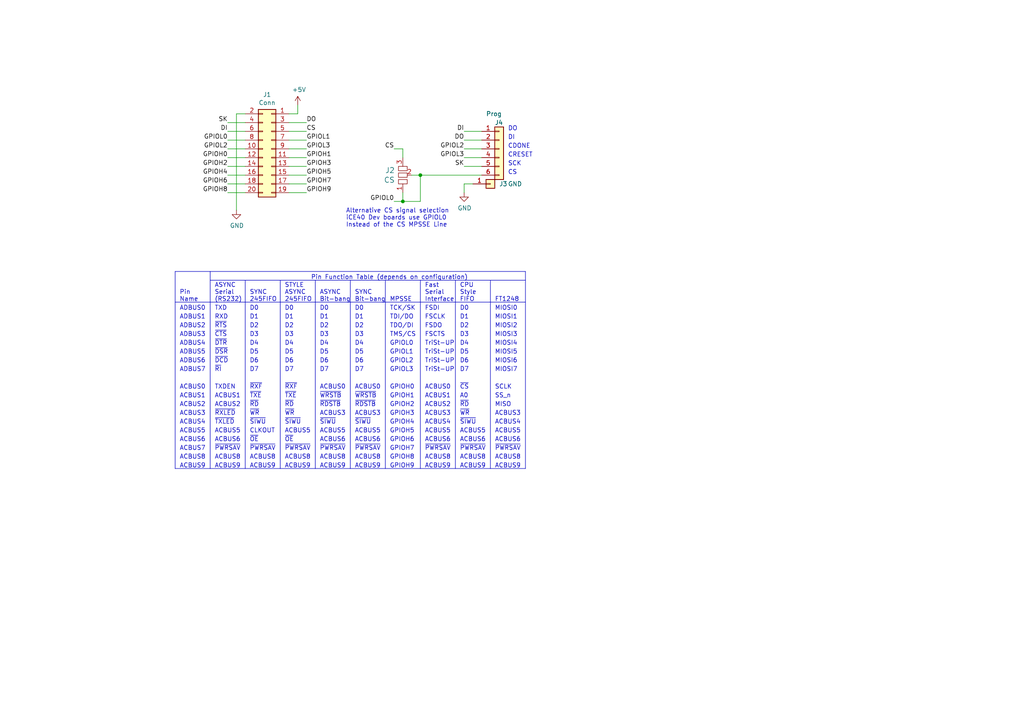
<source format=kicad_sch>
(kicad_sch (version 20230121) (generator eeschema)
  (paper "A4")
  (title_block (title "ftdi bitsy prog adapter") (rev "V1.0a") (company "1BitSquared") (comment 1 "2018 (C) 1BitSquared <info@1bitsquared.com>") (comment 2 "2018 (C) Piotr Esden-Tempski <piotr@esden.net>") (comment 3 "License: CC-BY-SA 4.0"))
  (lib_symbols
    (symbol "Connector_Generic:Conn_01x01" (pin_names (offset 1.016) hide)
      (property "Reference" "J" (at 0 2.54 0))
      (property "Value" "Conn_01x01" (at 0 -2.54 0))
      (symbol "Conn_01x01_1_1"
        (rectangle (start -1.27 0.127) (end 0 -0.127) (stroke (width 0.1524)))
        (rectangle (start -1.27 1.27) (end 1.27 -1.27) (stroke (width 0.254)) (fill (type background)))
        (pin passive line (at -5.08 0 0) (length 3.81) (name "Pin_1") (number "1"))
      )
    )
    (symbol "Connector_Generic:Conn_01x06" (pin_names (offset 1.016) hide)
      (property "Reference" "J" (at 0 7.62 0))
      (property "Value" "Conn_01x06" (at 0 -10.16 0))
      (symbol "Conn_01x06_1_1"
        (rectangle (start -1.27 -7.493) (end 0 -7.747) (stroke (width 0.1524)))
        (rectangle (start -1.27 -4.953) (end 0 -5.207) (stroke (width 0.1524)))
        (rectangle (start -1.27 -2.413) (end 0 -2.667) (stroke (width 0.1524)))
        (rectangle (start -1.27 0.127) (end 0 -0.127) (stroke (width 0.1524)))
        (rectangle (start -1.27 2.667) (end 0 2.413) (stroke (width 0.1524)))
        (rectangle (start -1.27 5.207) (end 0 4.953) (stroke (width 0.1524)))
        (rectangle (start -1.27 6.35) (end 1.27 -8.89) (stroke (width 0.254)) (fill (type background)))
        (pin passive line (at -5.08 5.08 0) (length 3.81) (name "Pin_1") (number "1"))
        (pin passive line (at -5.08 2.54 0) (length 3.81) (name "Pin_2") (number "2"))
        (pin passive line (at -5.08 0 0) (length 3.81) (name "Pin_3") (number "3"))
        (pin passive line (at -5.08 -2.54 0) (length 3.81) (name "Pin_4") (number "4"))
        (pin passive line (at -5.08 -5.08 0) (length 3.81) (name "Pin_5") (number "5"))
        (pin passive line (at -5.08 -7.62 0) (length 3.81) (name "Pin_6") (number "6"))
      )
    )
    (symbol "Connector_Generic:Conn_02x10_Odd_Even" (pin_names (offset 1.016) hide)
      (property "Reference" "J" (at 1.27 12.7 0))
      (property "Value" "Conn_02x10_Odd_Even" (at 1.27 -15.24 0))
      (symbol "Conn_02x10_Odd_Even_1_1"
        (rectangle (start -1.27 -12.573) (end 0 -12.827) (stroke (width 0.1524)))
        (rectangle (start -1.27 -10.033) (end 0 -10.287) (stroke (width 0.1524)))
        (rectangle (start -1.27 -7.493) (end 0 -7.747) (stroke (width 0.1524)))
        (rectangle (start -1.27 -4.953) (end 0 -5.207) (stroke (width 0.1524)))
        (rectangle (start -1.27 -2.413) (end 0 -2.667) (stroke (width 0.1524)))
        (rectangle (start -1.27 0.127) (end 0 -0.127) (stroke (width 0.1524)))
        (rectangle (start -1.27 2.667) (end 0 2.413) (stroke (width 0.1524)))
        (rectangle (start -1.27 5.207) (end 0 4.953) (stroke (width 0.1524)))
        (rectangle (start -1.27 7.747) (end 0 7.493) (stroke (width 0.1524)))
        (rectangle (start -1.27 10.287) (end 0 10.033) (stroke (width 0.1524)))
        (rectangle (start -1.27 11.43) (end 3.81 -13.97) (stroke (width 0.254)) (fill (type background)))
        (rectangle (start 3.81 -12.573) (end 2.54 -12.827) (stroke (width 0.1524)))
        (rectangle (start 3.81 -10.033) (end 2.54 -10.287) (stroke (width 0.1524)))
        (rectangle (start 3.81 -7.493) (end 2.54 -7.747) (stroke (width 0.1524)))
        (rectangle (start 3.81 -4.953) (end 2.54 -5.207) (stroke (width 0.1524)))
        (rectangle (start 3.81 -2.413) (end 2.54 -2.667) (stroke (width 0.1524)))
        (rectangle (start 3.81 0.127) (end 2.54 -0.127) (stroke (width 0.1524)))
        (rectangle (start 3.81 2.667) (end 2.54 2.413) (stroke (width 0.1524)))
        (rectangle (start 3.81 5.207) (end 2.54 4.953) (stroke (width 0.1524)))
        (rectangle (start 3.81 7.747) (end 2.54 7.493) (stroke (width 0.1524)))
        (rectangle (start 3.81 10.287) (end 2.54 10.033) (stroke (width 0.1524)))
        (pin passive line (at -5.08 10.16 0) (length 3.81) (name "Pin_1") (number "1"))
        (pin passive line (at 7.62 0 180) (length 3.81) (name "Pin_10") (number "10"))
        (pin passive line (at -5.08 -2.54 0) (length 3.81) (name "Pin_11") (number "11"))
        (pin passive line (at 7.62 -2.54 180) (length 3.81) (name "Pin_12") (number "12"))
        (pin passive line (at -5.08 -5.08 0) (length 3.81) (name "Pin_13") (number "13"))
        (pin passive line (at 7.62 -5.08 180) (length 3.81) (name "Pin_14") (number "14"))
        (pin passive line (at -5.08 -7.62 0) (length 3.81) (name "Pin_15") (number "15"))
        (pin passive line (at 7.62 -7.62 180) (length 3.81) (name "Pin_16") (number "16"))
        (pin passive line (at -5.08 -10.16 0) (length 3.81) (name "Pin_17") (number "17"))
        (pin passive line (at 7.62 -10.16 180) (length 3.81) (name "Pin_18") (number "18"))
        (pin passive line (at -5.08 -12.7 0) (length 3.81) (name "Pin_19") (number "19"))
        (pin passive line (at 7.62 10.16 180) (length 3.81) (name "Pin_2") (number "2"))
        (pin passive line (at 7.62 -12.7 180) (length 3.81) (name "Pin_20") (number "20"))
        (pin passive line (at -5.08 7.62 0) (length 3.81) (name "Pin_3") (number "3"))
        (pin passive line (at 7.62 7.62 180) (length 3.81) (name "Pin_4") (number "4"))
        (pin passive line (at -5.08 5.08 0) (length 3.81) (name "Pin_5") (number "5"))
        (pin passive line (at 7.62 5.08 180) (length 3.81) (name "Pin_6") (number "6"))
        (pin passive line (at -5.08 2.54 0) (length 3.81) (name "Pin_7") (number "7"))
        (pin passive line (at 7.62 2.54 180) (length 3.81) (name "Pin_8") (number "8"))
        (pin passive line (at -5.08 0 0) (length 3.81) (name "Pin_9") (number "9"))
      )
    )
    (symbol "ftdi-bitsy-prog-rescue:Jumper_Dual-pkl_misc" (pin_names (offset 1.016))
      (property "Reference" "J" (at 2.54 -2.54 0))
      (property "Value" "pkl_misc_Jumper_Dual" (at 0 3.81 0))
      (symbol "Jumper_Dual-pkl_misc_0_1"
        (rectangle (start -2.54 1.27) (end -1.27 -1.27))
        (rectangle (start -0.635 1.27) (end 0.635 -1.27))
        (rectangle (start 1.27 1.27) (end 2.54 -1.27))
      )
      (symbol "Jumper_Dual-pkl_misc_1_1"
        (pin passive line (at -5.08 0 0) (length 2.54) (name "~") (number "1"))
        (pin passive line (at 0 -2.54 90) (length 1.27) (name "~") (number "2"))
        (pin passive line (at 5.08 0 180) (length 2.54) (name "~") (number "3"))
      )
    )
    (symbol "power:+5V" (power) (pin_names (offset 0))
      (property "Value" "+5V" (at 0 3.556 0))
      (symbol "+5V_0_1"
        (polyline (pts (xy -0.762 1.27) (xy 0 2.54)))
        (polyline (pts (xy 0 0) (xy 0 2.54)))
        (polyline (pts (xy 0 2.54) (xy 0.762 1.27)))
      )
      (symbol "+5V_1_1"
        (pin power_in line (at 0 0 90) (length 0) hide (name "+5V") (number "1"))
      )
    )
    (symbol "power:GND" (power) (pin_names (offset 0))
      (property "Value" "GND" (at 0 -3.81 0))
      (symbol "GND_0_1"
        (polyline (pts (xy 0 0) (xy 0 -1.27) (xy 1.27 -1.27) (xy 0 -2.54) (xy -1.27 -1.27) (xy 0 -1.27)))
      )
      (symbol "GND_1_1"
        (pin power_in line (at 0 0 270) (length 0) hide (name "GND") (number "1"))
      )
    )
  )
  (junction (at 121.92 50.8))
  (junction (at 116.84 58.42))
  (polyline (pts (xy 71.12 135.89) (xy 71.12 81.28)))
  (wire (pts (xy 139.7 48.26) (xy 134.62 48.26)))
  (polyline (pts (xy 132.08 135.89) (xy 132.08 81.28)))
  (polyline (pts (xy 101.6 135.89) (xy 101.6 81.28)))
  (wire (pts (xy 83.82 43.18) (xy 88.9 43.18)))
  (polyline (pts (xy 50.8 78.74) (xy 50.8 135.89)))
  (wire (pts (xy 114.3 43.18) (xy 116.84 43.18)))
  (wire (pts (xy 83.82 40.64) (xy 88.9 40.64)))
  (wire (pts (xy 121.92 50.8) (xy 119.38 50.8)))
  (polyline (pts (xy 60.96 78.74) (xy 60.96 135.89)))
  (wire (pts (xy 139.7 38.1) (xy 134.62 38.1)))
  (polyline (pts (xy 50.8 87.63) (xy 152.4 87.63)))
  (wire (pts (xy 83.82 38.1) (xy 88.9 38.1)))
  (wire (pts (xy 71.12 50.8) (xy 66.04 50.8)))
  (wire (pts (xy 71.12 45.72) (xy 66.04 45.72)))
  (wire (pts (xy 86.36 33.02) (xy 86.36 30.48)))
  (wire (pts (xy 139.7 40.64) (xy 134.62 40.64)))
  (wire (pts (xy 68.58 33.02) (xy 68.58 60.96)))
  (wire (pts (xy 71.12 55.88) (xy 66.04 55.88)))
  (wire (pts (xy 116.84 43.18) (xy 116.84 45.72)))
  (wire (pts (xy 71.12 43.18) (xy 66.04 43.18)))
  (wire (pts (xy 116.84 55.88) (xy 116.84 58.42)))
  (wire (pts (xy 134.62 53.34) (xy 134.62 55.88)))
  (wire (pts (xy 71.12 53.34) (xy 66.04 53.34)))
  (wire (pts (xy 86.36 33.02) (xy 83.82 33.02)))
  (wire (pts (xy 83.82 35.56) (xy 88.9 35.56)))
  (polyline (pts (xy 50.8 78.74) (xy 152.4 78.74)))
  (polyline (pts (xy 60.96 81.28) (xy 152.4 81.28)))
  (wire (pts (xy 116.84 58.42) (xy 121.92 58.42)))
  (wire (pts (xy 68.58 33.02) (xy 71.12 33.02)))
  (wire (pts (xy 139.7 45.72) (xy 134.62 45.72)))
  (wire (pts (xy 71.12 40.64) (xy 66.04 40.64)))
  (wire (pts (xy 71.12 35.56) (xy 66.04 35.56)))
  (wire (pts (xy 71.12 38.1) (xy 66.04 38.1)))
  (polyline (pts (xy 111.76 135.89) (xy 111.76 81.28)))
  (wire (pts (xy 83.82 53.34) (xy 88.9 53.34)))
  (wire (pts (xy 137.16 53.34) (xy 134.62 53.34)))
  (wire (pts (xy 139.7 50.8) (xy 121.92 50.8)))
  (polyline (pts (xy 142.24 135.89) (xy 142.24 81.28)))
  (wire (pts (xy 71.12 48.26) (xy 66.04 48.26)))
  (wire (pts (xy 116.84 58.42) (xy 114.3 58.42)))
  (wire (pts (xy 83.82 50.8) (xy 88.9 50.8)))
  (polyline (pts (xy 81.28 135.89) (xy 81.28 81.28)))
  (polyline (pts (xy 91.44 135.89) (xy 91.44 81.28)))
  (wire (pts (xy 83.82 45.72) (xy 88.9 45.72)))
  (wire (pts (xy 83.82 55.88) (xy 88.9 55.88)))
  (wire (pts (xy 121.92 58.42) (xy 121.92 50.8)))
  (polyline (pts (xy 121.92 135.89) (xy 121.92 81.28)))
  (polyline (pts (xy 152.4 78.74) (xy 152.4 135.89)))
  (polyline (pts (xy 152.4 135.89) (xy 50.8 135.89)))
  (wire (pts (xy 139.7 43.18) (xy 134.62 43.18)))
  (wire (pts (xy 83.82 48.26) (xy 88.9 48.26)))
  (text "ADBUS7" (at 52.07 107.95 0) (effects (font (size 1.27 1.27)) (justify left bottom)))
  (text "ACBUS6" (at 102.87 128.27 0) (effects (font (size 1.27 1.27)) (justify left bottom)))
  (text "~{RDSTB}" (at 102.87 118.11 0) (effects (font (size 1.27 1.27)) (justify left bottom)))
  (text "D4" (at 82.55 100.33 0) (effects (font (size 1.27 1.27)) (justify left bottom)))
  (text "~{RTS}" (at 62.23 95.25 0) (effects (font (size 1.27 1.27)) (justify left bottom)))
  (text "ACBUS1" (at 62.23 115.57 0) (effects (font (size 1.27 1.27)) (justify left bottom)))
  (text "GPIOH8" (at 113.03 133.35 0) (effects (font (size 1.27 1.27)) (justify left bottom)))
  (text "GPIOH1" (at 113.03 115.57 0) (effects (font (size 1.27 1.27)) (justify left bottom)))
  (text "ACBUS9" (at 143.51 135.89 0) (effects (font (size 1.27 1.27)) (justify left bottom)))
  (text "ACBUS9" (at 123.19 135.89 0) (effects (font (size 1.27 1.27)) (justify left bottom)))
  (text "~{RD}" (at 133.35 118.11 0) (effects (font (size 1.27 1.27)) (justify left bottom)))
  (text "SS_n" (at 143.51 115.57 0) (effects (font (size 1.27 1.27)) (justify left bottom)))
  (text "ACBUS1" (at 123.19 115.57 0) (effects (font (size 1.27 1.27)) (justify left bottom)))
  (text "CPU\nStyle\nFIFO" (at 133.35 87.63 0) (effects (font (size 1.27 1.27)) (justify left bottom)))
  (text "D3" (at 133.35 97.79 0) (effects (font (size 1.27 1.27)) (justify left bottom)))
  (text "~{SIWU}" (at 72.39 123.19 0) (effects (font (size 1.27 1.27)) (justify left bottom)))
  (text "DO" (at 147.32 38.1 0) (effects (font (size 1.27 1.27)) (justify left bottom)))
  (text "D2" (at 82.55 95.25 0) (effects (font (size 1.27 1.27)) (justify left bottom)))
  (text "CS" (at 147.32 50.8 0) (effects (font (size 1.27 1.27)) (justify left bottom)))
  (text "~{WRSTB}" (at 102.87 115.57 0) (effects (font (size 1.27 1.27)) (justify left bottom)))
  (text "ADBUS3" (at 52.07 97.79 0) (effects (font (size 1.27 1.27)) (justify left bottom)))
  (text "SCK" (at 147.32 48.26 0) (effects (font (size 1.27 1.27)) (justify left bottom)))
  (text "~{SIWU}" (at 92.71 123.19 0) (effects (font (size 1.27 1.27)) (justify left bottom)))
  (text "ACBUS5" (at 62.23 125.73 0) (effects (font (size 1.27 1.27)) (justify left bottom)))
  (text "~{OE}" (at 72.39 128.27 0) (effects (font (size 1.27 1.27)) (justify left bottom)))
  (text "~{CS}" (at 133.35 113.03 0) (effects (font (size 1.27 1.27)) (justify left bottom)))
  (text "GPIOL1" (at 113.03 102.87 0) (effects (font (size 1.27 1.27)) (justify left bottom)))
  (text "D3" (at 72.39 97.79 0) (effects (font (size 1.27 1.27)) (justify left bottom)))
  (text "~{PWRSAV}" (at 72.39 130.81 0) (effects (font (size 1.27 1.27)) (justify left bottom)))
  (text "ACBUS8" (at 102.87 133.35 0) (effects (font (size 1.27 1.27)) (justify left bottom)))
  (text "D3" (at 102.87 97.79 0) (effects (font (size 1.27 1.27)) (justify left bottom)))
  (text "MPSSE" (at 113.03 87.63 0) (effects (font (size 1.27 1.27)) (justify left bottom)))
  (text "D1" (at 72.39 92.71 0) (effects (font (size 1.27 1.27)) (justify left bottom)))
  (text "~{SIWU}" (at 102.87 123.19 0) (effects (font (size 1.27 1.27)) (justify left bottom)))
  (text "D6" (at 82.55 105.41 0) (effects (font (size 1.27 1.27)) (justify left bottom)))
  (text "D3" (at 92.71 97.79 0) (effects (font (size 1.27 1.27)) (justify left bottom)))
  (text "D7" (at 72.39 107.95 0) (effects (font (size 1.27 1.27)) (justify left bottom)))
  (text "TriSt-UP" (at 123.19 100.33 0) (effects (font (size 1.27 1.27)) (justify left bottom)))
  (text "ACBUS8" (at 92.71 133.35 0) (effects (font (size 1.27 1.27)) (justify left bottom)))
  (text "D3" (at 82.55 97.79 0) (effects (font (size 1.27 1.27)) (justify left bottom)))
  (text "ACBUS5" (at 143.51 125.73 0) (effects (font (size 1.27 1.27)) (justify left bottom)))
  (text "~{PWRSAV}" (at 143.51 130.81 0) (effects (font (size 1.27 1.27)) (justify left bottom)))
  (text "D0" (at 72.39 90.17 0) (effects (font (size 1.27 1.27)) (justify left bottom)))
  (text "GPIOH6" (at 113.03 128.27 0) (effects (font (size 1.27 1.27)) (justify left bottom)))
  (text "~{PWRSAV}" (at 82.55 130.81 0) (effects (font (size 1.27 1.27)) (justify left bottom)))
  (text "FSCLK" (at 123.19 92.71 0) (effects (font (size 1.27 1.27)) (justify left bottom)))
  (text "SYNC\n245FIFO" (at 72.39 87.63 0) (effects (font (size 1.27 1.27)) (justify left bottom)))
  (text "ACBUS5" (at 92.71 125.73 0) (effects (font (size 1.27 1.27)) (justify left bottom)))
  (text "RXD" (at 62.23 92.71 0) (effects (font (size 1.27 1.27)) (justify left bottom)))
  (text "ACBUS8" (at 72.39 133.35 0) (effects (font (size 1.27 1.27)) (justify left bottom)))
  (text "ADBUS1" (at 52.07 92.71 0) (effects (font (size 1.27 1.27)) (justify left bottom)))
  (text "SYNC\nBit-bang" (at 102.87 87.63 0) (effects (font (size 1.27 1.27)) (justify left bottom)))
  (text "~{WR}" (at 82.55 120.65 0) (effects (font (size 1.27 1.27)) (justify left bottom)))
  (text "~{WR}" (at 133.35 120.65 0) (effects (font (size 1.27 1.27)) (justify left bottom)))
  (text "Pin\nName" (at 52.07 87.63 0) (effects (font (size 1.27 1.27)) (justify left bottom)))
  (text "D7" (at 82.55 107.95 0) (effects (font (size 1.27 1.27)) (justify left bottom)))
  (text "ACBUS8" (at 52.07 133.35 0) (effects (font (size 1.27 1.27)) (justify left bottom)))
  (text "ACBUS6" (at 52.07 128.27 0) (effects (font (size 1.27 1.27)) (justify left bottom)))
  (text "ACBUS6" (at 133.35 128.27 0) (effects (font (size 1.27 1.27)) (justify left bottom)))
  (text "ACBUS6" (at 92.71 128.27 0) (effects (font (size 1.27 1.27)) (justify left bottom)))
  (text "D5" (at 72.39 102.87 0) (effects (font (size 1.27 1.27)) (justify left bottom)))
  (text "~{CTS}" (at 62.23 97.79 0) (effects (font (size 1.27 1.27)) (justify left bottom)))
  (text "~{PWRSAV}" (at 92.71 130.81 0) (effects (font (size 1.27 1.27)) (justify left bottom)))
  (text "MIOSI6" (at 143.51 105.41 0) (effects (font (size 1.27 1.27)) (justify left bottom)))
  (text "GPIOL2" (at 113.03 105.41 0) (effects (font (size 1.27 1.27)) (justify left bottom)))
  (text "TriSt-UP" (at 123.19 107.95 0) (effects (font (size 1.27 1.27)) (justify left bottom)))
  (text "~{PWRSAV}" (at 133.35 130.81 0) (effects (font (size 1.27 1.27)) (justify left bottom)))
  (text "ACBUS3" (at 123.19 120.65 0) (effects (font (size 1.27 1.27)) (justify left bottom)))
  (text "~{TXE}" (at 72.39 115.57 0) (effects (font (size 1.27 1.27)) (justify left bottom)))
  (text "TriSt-UP" (at 123.19 105.41 0) (effects (font (size 1.27 1.27)) (justify left bottom)))
  (text "GPIOH5" (at 113.03 125.73 0) (effects (font (size 1.27 1.27)) (justify left bottom)))
  (text "TXDEN" (at 62.23 113.03 0) (effects (font (size 1.27 1.27)) (justify left bottom)))
  (text "ACBUS5" (at 82.55 125.73 0) (effects (font (size 1.27 1.27)) (justify left bottom)))
  (text "ACBUS5" (at 52.07 125.73 0) (effects (font (size 1.27 1.27)) (justify left bottom)))
  (text "D4" (at 102.87 100.33 0) (effects (font (size 1.27 1.27)) (justify left bottom)))
  (text "~{PWRSAV}" (at 123.19 130.81 0) (effects (font (size 1.27 1.27)) (justify left bottom)))
  (text "TMS/CS" (at 113.03 97.79 0) (effects (font (size 1.27 1.27)) (justify left bottom)))
  (text "FSDO" (at 123.19 95.25 0) (effects (font (size 1.27 1.27)) (justify left bottom)))
  (text "~{PWRSAV}" (at 102.87 130.81 0) (effects (font (size 1.27 1.27)) (justify left bottom)))
  (text "~{SIWU}" (at 133.35 123.19 0) (effects (font (size 1.27 1.27)) (justify left bottom)))
  (text "ACBUS5" (at 123.19 125.73 0) (effects (font (size 1.27 1.27)) (justify left bottom)))
  (text "ACBUS3" (at 102.87 120.65 0) (effects (font (size 1.27 1.27)) (justify left bottom)))
  (text "SCLK" (at 143.51 113.03 0) (effects (font (size 1.27 1.27)) (justify left bottom)))
  (text "~{PWRSAV}" (at 62.23 130.81 0) (effects (font (size 1.27 1.27)) (justify left bottom)))
  (text "D0" (at 92.71 90.17 0) (effects (font (size 1.27 1.27)) (justify left bottom)))
  (text "ACBUS8" (at 133.35 133.35 0) (effects (font (size 1.27 1.27)) (justify left bottom)))
  (text "D4" (at 72.39 100.33 0) (effects (font (size 1.27 1.27)) (justify left bottom)))
  (text "D7" (at 92.71 107.95 0) (effects (font (size 1.27 1.27)) (justify left bottom)))
  (text "ACBUS3" (at 143.51 120.65 0) (effects (font (size 1.27 1.27)) (justify left bottom)))
  (text "ACBUS1" (at 52.07 115.57 0) (effects (font (size 1.27 1.27)) (justify left bottom)))
  (text "TDI/DO" (at 113.03 92.71 0) (effects (font (size 1.27 1.27)) (justify left bottom)))
  (text "TXD" (at 62.23 90.17 0) (effects (font (size 1.27 1.27)) (justify left bottom)))
  (text "STYLE\nASYNC\n245FIFO" (at 82.55 87.63 0) (effects (font (size 1.27 1.27)) (justify left bottom)))
  (text "ACBUS2" (at 52.07 118.11 0) (effects (font (size 1.27 1.27)) (justify left bottom)))
  (text "D2" (at 102.87 95.25 0) (effects (font (size 1.27 1.27)) (justify left bottom)))
  (text "ACBUS9" (at 52.07 135.89 0) (effects (font (size 1.27 1.27)) (justify left bottom)))
  (text "D5" (at 102.87 102.87 0) (effects (font (size 1.27 1.27)) (justify left bottom)))
  (text "GPIOL0" (at 113.03 100.33 0) (effects (font (size 1.27 1.27)) (justify left bottom)))
  (text "ACBUS5" (at 133.35 125.73 0) (effects (font (size 1.27 1.27)) (justify left bottom)))
  (text "D0" (at 102.87 90.17 0) (effects (font (size 1.27 1.27)) (justify left bottom)))
  (text "ACBUS4" (at 143.51 123.19 0) (effects (font (size 1.27 1.27)) (justify left bottom)))
  (text "~{TXLED}" (at 62.23 123.19 0) (effects (font (size 1.27 1.27)) (justify left bottom)))
  (text "MIOSI4" (at 143.51 100.33 0) (effects (font (size 1.27 1.27)) (justify left bottom)))
  (text "~{DCD}" (at 62.23 105.41 0) (effects (font (size 1.27 1.27)) (justify left bottom)))
  (text "D0" (at 133.35 90.17 0) (effects (font (size 1.27 1.27)) (justify left bottom)))
  (text "GPIOH2" (at 113.03 118.11 0) (effects (font (size 1.27 1.27)) (justify left bottom)))
  (text "~{RI}" (at 62.23 107.95 0) (effects (font (size 1.27 1.27)) (justify left bottom)))
  (text "ACBUS3" (at 92.71 120.65 0) (effects (font (size 1.27 1.27)) (justify left bottom)))
  (text "D5" (at 82.55 102.87 0) (effects (font (size 1.27 1.27)) (justify left bottom)))
  (text "TriSt-UP" (at 123.19 102.87 0) (effects (font (size 1.27 1.27)) (justify left bottom)))
  (text "ACBUS4" (at 52.07 123.19 0) (effects (font (size 1.27 1.27)) (justify left bottom)))
  (text "MIOSI3" (at 143.51 97.79 0) (effects (font (size 1.27 1.27)) (justify left bottom)))
  (text "D4" (at 133.35 100.33 0) (effects (font (size 1.27 1.27)) (justify left bottom)))
  (text "~{TXE}" (at 82.55 115.57 0) (effects (font (size 1.27 1.27)) (justify left bottom)))
  (text "ACBUS0" (at 92.71 113.03 0) (effects (font (size 1.27 1.27)) (justify left bottom)))
  (text "D2" (at 133.35 95.25 0) (effects (font (size 1.27 1.27)) (justify left bottom)))
  (text "~{RD}" (at 82.55 118.11 0) (effects (font (size 1.27 1.27)) (justify left bottom)))
  (text "GPIOH7" (at 113.03 130.81 0) (effects (font (size 1.27 1.27)) (justify left bottom)))
  (text "D2" (at 92.71 95.25 0) (effects (font (size 1.27 1.27)) (justify left bottom)))
  (text "ACBUS0" (at 102.87 113.03 0) (effects (font (size 1.27 1.27)) (justify left bottom)))
  (text "D6" (at 102.87 105.41 0) (effects (font (size 1.27 1.27)) (justify left bottom)))
  (text "ACBUS4" (at 123.19 123.19 0) (effects (font (size 1.27 1.27)) (justify left bottom)))
  (text "GPIOH9" (at 113.03 135.89 0) (effects (font (size 1.27 1.27)) (justify left bottom)))
  (text "ACBUS2" (at 123.19 118.11 0) (effects (font (size 1.27 1.27)) (justify left bottom)))
  (text "CLKOUT" (at 72.39 125.73 0) (effects (font (size 1.27 1.27)) (justify left bottom)))
  (text "D6" (at 72.39 105.41 0) (effects (font (size 1.27 1.27)) (justify left bottom)))
  (text "ACBUS7" (at 52.07 130.81 0) (effects (font (size 1.27 1.27)) (justify left bottom)))
  (text "CDONE" (at 147.32 43.18 0) (effects (font (size 1.27 1.27)) (justify left bottom)))
  (text "D7" (at 102.87 107.95 0) (effects (font (size 1.27 1.27)) (justify left bottom)))
  (text "ACBUS8" (at 123.19 133.35 0) (effects (font (size 1.27 1.27)) (justify left bottom)))
  (text "~{DTR}" (at 62.23 100.33 0) (effects (font (size 1.27 1.27)) (justify left bottom)))
  (text "ADBUS0" (at 52.07 90.17 0) (effects (font (size 1.27 1.27)) (justify left bottom)))
  (text "A0" (at 133.35 115.57 0) (effects (font (size 1.27 1.27)) (justify left bottom)))
  (text "ACBUS8" (at 82.55 133.35 0) (effects (font (size 1.27 1.27)) (justify left bottom)))
  (text "D6" (at 133.35 105.41 0) (effects (font (size 1.27 1.27)) (justify left bottom)))
  (text "D2" (at 72.39 95.25 0) (effects (font (size 1.27 1.27)) (justify left bottom)))
  (text "Fast\nSerial\nInterface" (at 123.19 87.63 0) (effects (font (size 1.27 1.27)) (justify left bottom)))
  (text "D1" (at 92.71 92.71 0) (effects (font (size 1.27 1.27)) (justify left bottom)))
  (text "FT1248" (at 143.51 87.63 0) (effects (font (size 1.27 1.27)) (justify left bottom)))
  (text "~{WR}" (at 72.39 120.65 0) (effects (font (size 1.27 1.27)) (justify left bottom)))
  (text "MIOSI7" (at 143.51 107.95 0) (effects (font (size 1.27 1.27)) (justify left bottom)))
  (text "~{WRSTB}" (at 92.71 115.57 0) (effects (font (size 1.27 1.27)) (justify left bottom)))
  (text "~{RXLED}" (at 62.23 120.65 0) (effects (font (size 1.27 1.27)) (justify left bottom)))
  (text "~{OE}" (at 82.55 128.27 0) (effects (font (size 1.27 1.27)) (justify left bottom)))
  (text "~{RDSTB}" (at 92.71 118.11 0) (effects (font (size 1.27 1.27)) (justify left bottom)))
  (text "D5" (at 133.35 102.87 0) (effects (font (size 1.27 1.27)) (justify left bottom)))
  (text "GPIOH4" (at 113.03 123.19 0) (effects (font (size 1.27 1.27)) (justify left bottom)))
  (text "~{RD}" (at 72.39 118.11 0) (effects (font (size 1.27 1.27)) (justify left bottom)))
  (text "DI" (at 147.32 40.64 0) (effects (font (size 1.27 1.27)) (justify left bottom)))
  (text "D5" (at 92.71 102.87 0) (effects (font (size 1.27 1.27)) (justify left bottom)))
  (text "ACBUS0" (at 52.07 113.03 0) (effects (font (size 1.27 1.27)) (justify left bottom)))
  (text "ADBUS4" (at 52.07 100.33 0) (effects (font (size 1.27 1.27)) (justify left bottom)))
  (text "ACBUS3" (at 52.07 120.65 0) (effects (font (size 1.27 1.27)) (justify left bottom)))
  (text "ACBUS5" (at 102.87 125.73 0) (effects (font (size 1.27 1.27)) (justify left bottom)))
  (text "D1" (at 133.35 92.71 0) (effects (font (size 1.27 1.27)) (justify left bottom)))
  (text "ASYNC\nBit-bang" (at 92.71 87.63 0) (effects (font (size 1.27 1.27)) (justify left bottom)))
  (text "D6" (at 92.71 105.41 0) (effects (font (size 1.27 1.27)) (justify left bottom)))
  (text "ACBUS9" (at 133.35 135.89 0) (effects (font (size 1.27 1.27)) (justify left bottom)))
  (text "ACBUS9" (at 72.39 135.89 0) (effects (font (size 1.27 1.27)) (justify left bottom)))
  (text "ADBUS2" (at 52.07 95.25 0) (effects (font (size 1.27 1.27)) (justify left bottom)))
  (text "ACBUS8" (at 143.51 133.35 0) (effects (font (size 1.27 1.27)) (justify left bottom)))
  (text "ACBUS2" (at 62.23 118.11 0) (effects (font (size 1.27 1.27)) (justify left bottom)))
  (text "TCK/SK" (at 113.03 90.17 0) (effects (font (size 1.27 1.27)) (justify left bottom)))
  (text "D1" (at 82.55 92.71 0) (effects (font (size 1.27 1.27)) (justify left bottom)))
  (text "ACBUS9" (at 102.87 135.89 0) (effects (font (size 1.27 1.27)) (justify left bottom)))
  (text "CRESET" (at 147.32 45.72 0) (effects (font (size 1.27 1.27)) (justify left bottom)))
  (text "FSDI" (at 123.19 90.17 0) (effects (font (size 1.27 1.27)) (justify left bottom)))
  (text "ASYNC\nSerial\n(RS232)" (at 62.23 87.63 0) (effects (font (size 1.27 1.27)) (justify left bottom)))
  (text "ACBUS6" (at 62.23 128.27 0) (effects (font (size 1.27 1.27)) (justify left bottom)))
  (text "D7" (at 133.35 107.95 0) (effects (font (size 1.27 1.27)) (justify left bottom)))
  (text "~{RXF}" (at 72.39 113.03 0) (effects (font (size 1.27 1.27)) (justify left bottom)))
  (text "MISO" (at 143.51 118.11 0) (effects (font (size 1.27 1.27)) (justify left bottom)))
  (text "GPIOH0" (at 113.03 113.03 0) (effects (font (size 1.27 1.27)) (justify left bottom)))
  (text "MIOSI5" (at 143.51 102.87 0) (effects (font (size 1.27 1.27)) (justify left bottom)))
  (text "ACBUS6" (at 143.51 128.27 0) (effects (font (size 1.27 1.27)) (justify left bottom)))
  (text "ACBUS8" (at 62.23 133.35 0) (effects (font (size 1.27 1.27)) (justify left bottom)))
  (text "ADBUS6" (at 52.07 105.41 0) (effects (font (size 1.27 1.27)) (justify left bottom)))
  (text "GPIOH3" (at 113.03 120.65 0) (effects (font (size 1.27 1.27)) (justify left bottom)))
  (text "ACBUS9" (at 92.71 135.89 0) (effects (font (size 1.27 1.27)) (justify left bottom)))
  (text "Pin Function Table (depends on configuration)" (at 90.17 81.28 0) (effects (font (size 1.27 1.27)) (justify left bottom)))
  (text "ACBUS9" (at 62.23 135.89 0) (effects (font (size 1.27 1.27)) (justify left bottom)))
  (text "ACBUS9" (at 82.55 135.89 0) (effects (font (size 1.27 1.27)) (justify left bottom)))
  (text "MIOSI1" (at 143.51 92.71 0) (effects (font (size 1.27 1.27)) (justify left bottom)))
  (text "ACBUS0" (at 123.19 113.03 0) (effects (font (size 1.27 1.27)) (justify left bottom)))
  (text "D4" (at 92.71 100.33 0) (effects (font (size 1.27 1.27)) (justify left bottom)))
  (text "~{SIWU}" (at 82.55 123.19 0) (effects (font (size 1.27 1.27)) (justify left bottom)))
  (text "ACBUS6" (at 123.19 128.27 0) (effects (font (size 1.27 1.27)) (justify left bottom)))
  (text "ADBUS5" (at 52.07 102.87 0) (effects (font (size 1.27 1.27)) (justify left bottom)))
  (text "D1" (at 102.87 92.71 0) (effects (font (size 1.27 1.27)) (justify left bottom)))
  (text "D0" (at 82.55 90.17 0) (effects (font (size 1.27 1.27)) (justify left bottom)))
  (text "MIOSI0" (at 143.51 90.17 0) (effects (font (size 1.27 1.27)) (justify left bottom)))
  (text "~{DSR}" (at 62.23 102.87 0) (effects (font (size 1.27 1.27)) (justify left bottom)))
  (text "MIOSI2" (at 143.51 95.25 0) (effects (font (size 1.27 1.27)) (justify left bottom)))
  (text "~{RXF}" (at 82.55 113.03 0) (effects (font (size 1.27 1.27)) (justify left bottom)))
  (text "TDO/DI" (at 113.03 95.25 0) (effects (font (size 1.27 1.27)) (justify left bottom)))
  (text "GPIOL3" (at 113.03 107.95 0) (effects (font (size 1.27 1.27)) (justify left bottom)))
  (text "Alternative CS signal selection\niCE40 Dev boards use GPIOL0\nInstead of the CS MPSSE Line" (at 100.33 66.04 0) (effects (font (size 1.27 1.27)) (justify left bottom)))
  (text "FSCTS" (at 123.19 97.79 0) (effects (font (size 1.27 1.27)) (justify left bottom)))
  (label "GPIOH9" (at 88.9 55.88 0))
  (label "DO" (at 134.62 40.64 180))
  (label "SK" (at 66.04 35.56 180))
  (label "GPIOL2" (at 66.04 43.18 180))
  (label "GPIOL2" (at 134.62 43.18 180))
  (label "GPIOH4" (at 66.04 50.8 180))
  (label "DI" (at 134.62 38.1 180))
  (label "GPIOH0" (at 66.04 45.72 180))
  (label "GPIOL1" (at 88.9 40.64 0))
  (label "GPIOL3" (at 134.62 45.72 180))
  (label "GPIOH8" (at 66.04 55.88 180))
  (label "DO" (at 88.9 35.56 0))
  (label "GPIOH3" (at 88.9 48.26 0))
  (label "GPIOH6" (at 66.04 53.34 180))
  (label "GPIOH2" (at 66.04 48.26 180))
  (label "CS" (at 114.3 43.18 180))
  (label "SK" (at 134.62 48.26 180))
  (label "GPIOL3" (at 88.9 43.18 0))
  (label "GPIOH7" (at 88.9 53.34 0))
  (label "GPIOL0" (at 66.04 40.64 180))
  (label "GPIOH5" (at 88.9 50.8 0))
  (label "GPIOH1" (at 88.9 45.72 0))
  (label "CS" (at 88.9 38.1 0))
  (label "DI" (at 66.04 38.1 180))
  (label "GPIOL0" (at 114.3 58.42 180))
  (symbol (lib_id "Connector_Generic:Conn_01x06") (at 144.78 43.18 0) (unit 1)
    (property "Reference" "J4" (at 143.51 35.56 0) (effects (justify left)))
    (property "Value" "Prog" (at 140.97 33.02 0) (effects (justify left)))
    (property "Footprint" "Connector_PinSocket_2.54mm:PinSocket_1x06_P2.54mm_Vertical" (effects hide))
    (property "Source" "ANY" (effects hide))
  )
  (symbol (lib_id "Connector_Generic:Conn_01x01") (at 142.24 53.34 0) (unit 1)
    (property "Reference" "J3" (at 144.78 53.34 0) (effects (justify left)))
    (property "Value" "GND" (at 147.32 53.34 0) (effects (justify left)))
    (property "Footprint" "Connector_PinSocket_2.54mm:PinSocket_1x01_P2.54mm_Vertical" (effects hide))
    (property "Source" "ANY" (effects hide))
  )
  (symbol (lib_id "power:GND") (at 134.62 55.88 0) (unit 1)
    (property "Reference" "#PWR0103" (effects hide))
    (property "Value" "GND" (at 134.747 60.3504 0))
  )
  (symbol (lib_id "ftdi-bitsy-prog-rescue:Jumper_Dual-pkl_misc") (at 116.84 50.8 90) (unit 1)
    (property "Reference" "J2" (at 114.554 49.403 90) (effects (font (size 1.524 1.524)) (justify left)))
    (property "Value" "CS" (at 114.554 52.197 90) (effects (font (size 1.524 1.524)) (justify left)))
    (property "Footprint" "pkl_jumpers:J_0602" (effects hide))
    (property "Source" "ANY" (effects hide))
  )
  (symbol (lib_id "Connector_Generic:Conn_02x10_Odd_Even") (at 78.74 43.18 0) (mirror y) (unit 1)
    (property "Reference" "J1" (at 77.47 27.432 0))
    (property "Value" "Conn" (at 77.47 29.7942 0))
    (property "Footprint" "pkl_samtec:FTSH-EDGE-20pin" (effects hide))
    (property "Key" "conn-th-005in-2-10-hdr-ra" (effects hide))
    (property "Source" "ANY" (effects hide))
  )
  (symbol (lib_id "power:+5V") (at 86.36 30.48 0) (unit 1)
    (property "Reference" "#PWR0101" (effects hide))
    (property "Value" "+5V" (at 86.741 26.0096 0))
  )
  (symbol (lib_id "power:GND") (at 68.58 60.96 0) (unit 1)
    (property "Reference" "#PWR0102" (effects hide))
    (property "Value" "GND" (at 68.707 65.4304 0))
  )
)
</source>
